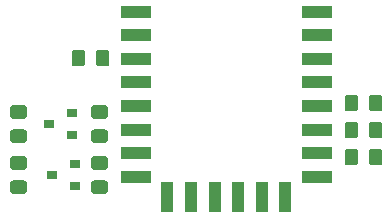
<source format=gbr>
G04 #@! TF.GenerationSoftware,KiCad,Pcbnew,5.1.5+dfsg1-2build2*
G04 #@! TF.CreationDate,2020-08-14T16:11:21+02:00*
G04 #@! TF.ProjectId,carrierboard_aisler,63617272-6965-4726-926f-6172645f6169,1*
G04 #@! TF.SameCoordinates,Original*
G04 #@! TF.FileFunction,Paste,Top*
G04 #@! TF.FilePolarity,Positive*
%FSLAX46Y46*%
G04 Gerber Fmt 4.6, Leading zero omitted, Abs format (unit mm)*
G04 Created by KiCad (PCBNEW 5.1.5+dfsg1-2build2) date 2020-08-14 16:11:21*
%MOMM*%
%LPD*%
G04 APERTURE LIST*
%ADD10R,1.100000X2.500000*%
%ADD11R,2.500000X1.100000*%
%ADD12C,0.152400*%
%ADD13R,0.900000X0.800000*%
G04 APERTURE END LIST*
D10*
X122925199Y-110320000D03*
X120925199Y-110320000D03*
X118925199Y-110320000D03*
X116925199Y-110320000D03*
X114925199Y-110320000D03*
X112925199Y-110320000D03*
D11*
X125635199Y-94620000D03*
X125635199Y-96620000D03*
X125635199Y-98620000D03*
X125635199Y-100620000D03*
X125635199Y-102620000D03*
X125635199Y-104620000D03*
X125635199Y-106620000D03*
X125635199Y-108620000D03*
X110235199Y-108620000D03*
X110235199Y-106620000D03*
X110235199Y-104620000D03*
X110235199Y-102620000D03*
X110235199Y-100620000D03*
X110235199Y-98620000D03*
X110235199Y-96620000D03*
X110235199Y-94620000D03*
D12*
G36*
X128864505Y-103949204D02*
G01*
X128888773Y-103952804D01*
X128912572Y-103958765D01*
X128935671Y-103967030D01*
X128957850Y-103977520D01*
X128978893Y-103990132D01*
X128998599Y-104004747D01*
X129016777Y-104021223D01*
X129033253Y-104039401D01*
X129047868Y-104059107D01*
X129060480Y-104080150D01*
X129070970Y-104102329D01*
X129079235Y-104125428D01*
X129085196Y-104149227D01*
X129088796Y-104173495D01*
X129090000Y-104197999D01*
X129090000Y-105098001D01*
X129088796Y-105122505D01*
X129085196Y-105146773D01*
X129079235Y-105170572D01*
X129070970Y-105193671D01*
X129060480Y-105215850D01*
X129047868Y-105236893D01*
X129033253Y-105256599D01*
X129016777Y-105274777D01*
X128998599Y-105291253D01*
X128978893Y-105305868D01*
X128957850Y-105318480D01*
X128935671Y-105328970D01*
X128912572Y-105337235D01*
X128888773Y-105343196D01*
X128864505Y-105346796D01*
X128840001Y-105348000D01*
X128189999Y-105348000D01*
X128165495Y-105346796D01*
X128141227Y-105343196D01*
X128117428Y-105337235D01*
X128094329Y-105328970D01*
X128072150Y-105318480D01*
X128051107Y-105305868D01*
X128031401Y-105291253D01*
X128013223Y-105274777D01*
X127996747Y-105256599D01*
X127982132Y-105236893D01*
X127969520Y-105215850D01*
X127959030Y-105193671D01*
X127950765Y-105170572D01*
X127944804Y-105146773D01*
X127941204Y-105122505D01*
X127940000Y-105098001D01*
X127940000Y-104197999D01*
X127941204Y-104173495D01*
X127944804Y-104149227D01*
X127950765Y-104125428D01*
X127959030Y-104102329D01*
X127969520Y-104080150D01*
X127982132Y-104059107D01*
X127996747Y-104039401D01*
X128013223Y-104021223D01*
X128031401Y-104004747D01*
X128051107Y-103990132D01*
X128072150Y-103977520D01*
X128094329Y-103967030D01*
X128117428Y-103958765D01*
X128141227Y-103952804D01*
X128165495Y-103949204D01*
X128189999Y-103948000D01*
X128840001Y-103948000D01*
X128864505Y-103949204D01*
G37*
G36*
X130914505Y-103949204D02*
G01*
X130938773Y-103952804D01*
X130962572Y-103958765D01*
X130985671Y-103967030D01*
X131007850Y-103977520D01*
X131028893Y-103990132D01*
X131048599Y-104004747D01*
X131066777Y-104021223D01*
X131083253Y-104039401D01*
X131097868Y-104059107D01*
X131110480Y-104080150D01*
X131120970Y-104102329D01*
X131129235Y-104125428D01*
X131135196Y-104149227D01*
X131138796Y-104173495D01*
X131140000Y-104197999D01*
X131140000Y-105098001D01*
X131138796Y-105122505D01*
X131135196Y-105146773D01*
X131129235Y-105170572D01*
X131120970Y-105193671D01*
X131110480Y-105215850D01*
X131097868Y-105236893D01*
X131083253Y-105256599D01*
X131066777Y-105274777D01*
X131048599Y-105291253D01*
X131028893Y-105305868D01*
X131007850Y-105318480D01*
X130985671Y-105328970D01*
X130962572Y-105337235D01*
X130938773Y-105343196D01*
X130914505Y-105346796D01*
X130890001Y-105348000D01*
X130239999Y-105348000D01*
X130215495Y-105346796D01*
X130191227Y-105343196D01*
X130167428Y-105337235D01*
X130144329Y-105328970D01*
X130122150Y-105318480D01*
X130101107Y-105305868D01*
X130081401Y-105291253D01*
X130063223Y-105274777D01*
X130046747Y-105256599D01*
X130032132Y-105236893D01*
X130019520Y-105215850D01*
X130009030Y-105193671D01*
X130000765Y-105170572D01*
X129994804Y-105146773D01*
X129991204Y-105122505D01*
X129990000Y-105098001D01*
X129990000Y-104197999D01*
X129991204Y-104173495D01*
X129994804Y-104149227D01*
X130000765Y-104125428D01*
X130009030Y-104102329D01*
X130019520Y-104080150D01*
X130032132Y-104059107D01*
X130046747Y-104039401D01*
X130063223Y-104021223D01*
X130081401Y-104004747D01*
X130101107Y-103990132D01*
X130122150Y-103977520D01*
X130144329Y-103967030D01*
X130167428Y-103958765D01*
X130191227Y-103952804D01*
X130215495Y-103949204D01*
X130239999Y-103948000D01*
X130890001Y-103948000D01*
X130914505Y-103949204D01*
G37*
G36*
X128864505Y-101663204D02*
G01*
X128888773Y-101666804D01*
X128912572Y-101672765D01*
X128935671Y-101681030D01*
X128957850Y-101691520D01*
X128978893Y-101704132D01*
X128998599Y-101718747D01*
X129016777Y-101735223D01*
X129033253Y-101753401D01*
X129047868Y-101773107D01*
X129060480Y-101794150D01*
X129070970Y-101816329D01*
X129079235Y-101839428D01*
X129085196Y-101863227D01*
X129088796Y-101887495D01*
X129090000Y-101911999D01*
X129090000Y-102812001D01*
X129088796Y-102836505D01*
X129085196Y-102860773D01*
X129079235Y-102884572D01*
X129070970Y-102907671D01*
X129060480Y-102929850D01*
X129047868Y-102950893D01*
X129033253Y-102970599D01*
X129016777Y-102988777D01*
X128998599Y-103005253D01*
X128978893Y-103019868D01*
X128957850Y-103032480D01*
X128935671Y-103042970D01*
X128912572Y-103051235D01*
X128888773Y-103057196D01*
X128864505Y-103060796D01*
X128840001Y-103062000D01*
X128189999Y-103062000D01*
X128165495Y-103060796D01*
X128141227Y-103057196D01*
X128117428Y-103051235D01*
X128094329Y-103042970D01*
X128072150Y-103032480D01*
X128051107Y-103019868D01*
X128031401Y-103005253D01*
X128013223Y-102988777D01*
X127996747Y-102970599D01*
X127982132Y-102950893D01*
X127969520Y-102929850D01*
X127959030Y-102907671D01*
X127950765Y-102884572D01*
X127944804Y-102860773D01*
X127941204Y-102836505D01*
X127940000Y-102812001D01*
X127940000Y-101911999D01*
X127941204Y-101887495D01*
X127944804Y-101863227D01*
X127950765Y-101839428D01*
X127959030Y-101816329D01*
X127969520Y-101794150D01*
X127982132Y-101773107D01*
X127996747Y-101753401D01*
X128013223Y-101735223D01*
X128031401Y-101718747D01*
X128051107Y-101704132D01*
X128072150Y-101691520D01*
X128094329Y-101681030D01*
X128117428Y-101672765D01*
X128141227Y-101666804D01*
X128165495Y-101663204D01*
X128189999Y-101662000D01*
X128840001Y-101662000D01*
X128864505Y-101663204D01*
G37*
G36*
X130914505Y-101663204D02*
G01*
X130938773Y-101666804D01*
X130962572Y-101672765D01*
X130985671Y-101681030D01*
X131007850Y-101691520D01*
X131028893Y-101704132D01*
X131048599Y-101718747D01*
X131066777Y-101735223D01*
X131083253Y-101753401D01*
X131097868Y-101773107D01*
X131110480Y-101794150D01*
X131120970Y-101816329D01*
X131129235Y-101839428D01*
X131135196Y-101863227D01*
X131138796Y-101887495D01*
X131140000Y-101911999D01*
X131140000Y-102812001D01*
X131138796Y-102836505D01*
X131135196Y-102860773D01*
X131129235Y-102884572D01*
X131120970Y-102907671D01*
X131110480Y-102929850D01*
X131097868Y-102950893D01*
X131083253Y-102970599D01*
X131066777Y-102988777D01*
X131048599Y-103005253D01*
X131028893Y-103019868D01*
X131007850Y-103032480D01*
X130985671Y-103042970D01*
X130962572Y-103051235D01*
X130938773Y-103057196D01*
X130914505Y-103060796D01*
X130890001Y-103062000D01*
X130239999Y-103062000D01*
X130215495Y-103060796D01*
X130191227Y-103057196D01*
X130167428Y-103051235D01*
X130144329Y-103042970D01*
X130122150Y-103032480D01*
X130101107Y-103019868D01*
X130081401Y-103005253D01*
X130063223Y-102988777D01*
X130046747Y-102970599D01*
X130032132Y-102950893D01*
X130019520Y-102929850D01*
X130009030Y-102907671D01*
X130000765Y-102884572D01*
X129994804Y-102860773D01*
X129991204Y-102836505D01*
X129990000Y-102812001D01*
X129990000Y-101911999D01*
X129991204Y-101887495D01*
X129994804Y-101863227D01*
X130000765Y-101839428D01*
X130009030Y-101816329D01*
X130019520Y-101794150D01*
X130032132Y-101773107D01*
X130046747Y-101753401D01*
X130063223Y-101735223D01*
X130081401Y-101718747D01*
X130101107Y-101704132D01*
X130122150Y-101691520D01*
X130144329Y-101681030D01*
X130167428Y-101672765D01*
X130191227Y-101666804D01*
X130215495Y-101663204D01*
X130239999Y-101662000D01*
X130890001Y-101662000D01*
X130914505Y-101663204D01*
G37*
G36*
X130914505Y-106235204D02*
G01*
X130938773Y-106238804D01*
X130962572Y-106244765D01*
X130985671Y-106253030D01*
X131007850Y-106263520D01*
X131028893Y-106276132D01*
X131048599Y-106290747D01*
X131066777Y-106307223D01*
X131083253Y-106325401D01*
X131097868Y-106345107D01*
X131110480Y-106366150D01*
X131120970Y-106388329D01*
X131129235Y-106411428D01*
X131135196Y-106435227D01*
X131138796Y-106459495D01*
X131140000Y-106483999D01*
X131140000Y-107384001D01*
X131138796Y-107408505D01*
X131135196Y-107432773D01*
X131129235Y-107456572D01*
X131120970Y-107479671D01*
X131110480Y-107501850D01*
X131097868Y-107522893D01*
X131083253Y-107542599D01*
X131066777Y-107560777D01*
X131048599Y-107577253D01*
X131028893Y-107591868D01*
X131007850Y-107604480D01*
X130985671Y-107614970D01*
X130962572Y-107623235D01*
X130938773Y-107629196D01*
X130914505Y-107632796D01*
X130890001Y-107634000D01*
X130239999Y-107634000D01*
X130215495Y-107632796D01*
X130191227Y-107629196D01*
X130167428Y-107623235D01*
X130144329Y-107614970D01*
X130122150Y-107604480D01*
X130101107Y-107591868D01*
X130081401Y-107577253D01*
X130063223Y-107560777D01*
X130046747Y-107542599D01*
X130032132Y-107522893D01*
X130019520Y-107501850D01*
X130009030Y-107479671D01*
X130000765Y-107456572D01*
X129994804Y-107432773D01*
X129991204Y-107408505D01*
X129990000Y-107384001D01*
X129990000Y-106483999D01*
X129991204Y-106459495D01*
X129994804Y-106435227D01*
X130000765Y-106411428D01*
X130009030Y-106388329D01*
X130019520Y-106366150D01*
X130032132Y-106345107D01*
X130046747Y-106325401D01*
X130063223Y-106307223D01*
X130081401Y-106290747D01*
X130101107Y-106276132D01*
X130122150Y-106263520D01*
X130144329Y-106253030D01*
X130167428Y-106244765D01*
X130191227Y-106238804D01*
X130215495Y-106235204D01*
X130239999Y-106234000D01*
X130890001Y-106234000D01*
X130914505Y-106235204D01*
G37*
G36*
X128864505Y-106235204D02*
G01*
X128888773Y-106238804D01*
X128912572Y-106244765D01*
X128935671Y-106253030D01*
X128957850Y-106263520D01*
X128978893Y-106276132D01*
X128998599Y-106290747D01*
X129016777Y-106307223D01*
X129033253Y-106325401D01*
X129047868Y-106345107D01*
X129060480Y-106366150D01*
X129070970Y-106388329D01*
X129079235Y-106411428D01*
X129085196Y-106435227D01*
X129088796Y-106459495D01*
X129090000Y-106483999D01*
X129090000Y-107384001D01*
X129088796Y-107408505D01*
X129085196Y-107432773D01*
X129079235Y-107456572D01*
X129070970Y-107479671D01*
X129060480Y-107501850D01*
X129047868Y-107522893D01*
X129033253Y-107542599D01*
X129016777Y-107560777D01*
X128998599Y-107577253D01*
X128978893Y-107591868D01*
X128957850Y-107604480D01*
X128935671Y-107614970D01*
X128912572Y-107623235D01*
X128888773Y-107629196D01*
X128864505Y-107632796D01*
X128840001Y-107634000D01*
X128189999Y-107634000D01*
X128165495Y-107632796D01*
X128141227Y-107629196D01*
X128117428Y-107623235D01*
X128094329Y-107614970D01*
X128072150Y-107604480D01*
X128051107Y-107591868D01*
X128031401Y-107577253D01*
X128013223Y-107560777D01*
X127996747Y-107542599D01*
X127982132Y-107522893D01*
X127969520Y-107501850D01*
X127959030Y-107479671D01*
X127950765Y-107456572D01*
X127944804Y-107432773D01*
X127941204Y-107408505D01*
X127940000Y-107384001D01*
X127940000Y-106483999D01*
X127941204Y-106459495D01*
X127944804Y-106435227D01*
X127950765Y-106411428D01*
X127959030Y-106388329D01*
X127969520Y-106366150D01*
X127982132Y-106345107D01*
X127996747Y-106325401D01*
X128013223Y-106307223D01*
X128031401Y-106290747D01*
X128051107Y-106276132D01*
X128072150Y-106263520D01*
X128094329Y-106253030D01*
X128117428Y-106244765D01*
X128141227Y-106238804D01*
X128165495Y-106235204D01*
X128189999Y-106234000D01*
X128840001Y-106234000D01*
X128864505Y-106235204D01*
G37*
G36*
X107800505Y-97853204D02*
G01*
X107824773Y-97856804D01*
X107848572Y-97862765D01*
X107871671Y-97871030D01*
X107893850Y-97881520D01*
X107914893Y-97894132D01*
X107934599Y-97908747D01*
X107952777Y-97925223D01*
X107969253Y-97943401D01*
X107983868Y-97963107D01*
X107996480Y-97984150D01*
X108006970Y-98006329D01*
X108015235Y-98029428D01*
X108021196Y-98053227D01*
X108024796Y-98077495D01*
X108026000Y-98101999D01*
X108026000Y-99002001D01*
X108024796Y-99026505D01*
X108021196Y-99050773D01*
X108015235Y-99074572D01*
X108006970Y-99097671D01*
X107996480Y-99119850D01*
X107983868Y-99140893D01*
X107969253Y-99160599D01*
X107952777Y-99178777D01*
X107934599Y-99195253D01*
X107914893Y-99209868D01*
X107893850Y-99222480D01*
X107871671Y-99232970D01*
X107848572Y-99241235D01*
X107824773Y-99247196D01*
X107800505Y-99250796D01*
X107776001Y-99252000D01*
X107125999Y-99252000D01*
X107101495Y-99250796D01*
X107077227Y-99247196D01*
X107053428Y-99241235D01*
X107030329Y-99232970D01*
X107008150Y-99222480D01*
X106987107Y-99209868D01*
X106967401Y-99195253D01*
X106949223Y-99178777D01*
X106932747Y-99160599D01*
X106918132Y-99140893D01*
X106905520Y-99119850D01*
X106895030Y-99097671D01*
X106886765Y-99074572D01*
X106880804Y-99050773D01*
X106877204Y-99026505D01*
X106876000Y-99002001D01*
X106876000Y-98101999D01*
X106877204Y-98077495D01*
X106880804Y-98053227D01*
X106886765Y-98029428D01*
X106895030Y-98006329D01*
X106905520Y-97984150D01*
X106918132Y-97963107D01*
X106932747Y-97943401D01*
X106949223Y-97925223D01*
X106967401Y-97908747D01*
X106987107Y-97894132D01*
X107008150Y-97881520D01*
X107030329Y-97871030D01*
X107053428Y-97862765D01*
X107077227Y-97856804D01*
X107101495Y-97853204D01*
X107125999Y-97852000D01*
X107776001Y-97852000D01*
X107800505Y-97853204D01*
G37*
G36*
X105750505Y-97853204D02*
G01*
X105774773Y-97856804D01*
X105798572Y-97862765D01*
X105821671Y-97871030D01*
X105843850Y-97881520D01*
X105864893Y-97894132D01*
X105884599Y-97908747D01*
X105902777Y-97925223D01*
X105919253Y-97943401D01*
X105933868Y-97963107D01*
X105946480Y-97984150D01*
X105956970Y-98006329D01*
X105965235Y-98029428D01*
X105971196Y-98053227D01*
X105974796Y-98077495D01*
X105976000Y-98101999D01*
X105976000Y-99002001D01*
X105974796Y-99026505D01*
X105971196Y-99050773D01*
X105965235Y-99074572D01*
X105956970Y-99097671D01*
X105946480Y-99119850D01*
X105933868Y-99140893D01*
X105919253Y-99160599D01*
X105902777Y-99178777D01*
X105884599Y-99195253D01*
X105864893Y-99209868D01*
X105843850Y-99222480D01*
X105821671Y-99232970D01*
X105798572Y-99241235D01*
X105774773Y-99247196D01*
X105750505Y-99250796D01*
X105726001Y-99252000D01*
X105075999Y-99252000D01*
X105051495Y-99250796D01*
X105027227Y-99247196D01*
X105003428Y-99241235D01*
X104980329Y-99232970D01*
X104958150Y-99222480D01*
X104937107Y-99209868D01*
X104917401Y-99195253D01*
X104899223Y-99178777D01*
X104882747Y-99160599D01*
X104868132Y-99140893D01*
X104855520Y-99119850D01*
X104845030Y-99097671D01*
X104836765Y-99074572D01*
X104830804Y-99050773D01*
X104827204Y-99026505D01*
X104826000Y-99002001D01*
X104826000Y-98101999D01*
X104827204Y-98077495D01*
X104830804Y-98053227D01*
X104836765Y-98029428D01*
X104845030Y-98006329D01*
X104855520Y-97984150D01*
X104868132Y-97963107D01*
X104882747Y-97943401D01*
X104899223Y-97925223D01*
X104917401Y-97908747D01*
X104937107Y-97894132D01*
X104958150Y-97881520D01*
X104980329Y-97871030D01*
X105003428Y-97862765D01*
X105027227Y-97856804D01*
X105051495Y-97853204D01*
X105075999Y-97852000D01*
X105726001Y-97852000D01*
X105750505Y-97853204D01*
G37*
G36*
X107662505Y-102541204D02*
G01*
X107686773Y-102544804D01*
X107710572Y-102550765D01*
X107733671Y-102559030D01*
X107755850Y-102569520D01*
X107776893Y-102582132D01*
X107796599Y-102596747D01*
X107814777Y-102613223D01*
X107831253Y-102631401D01*
X107845868Y-102651107D01*
X107858480Y-102672150D01*
X107868970Y-102694329D01*
X107877235Y-102717428D01*
X107883196Y-102741227D01*
X107886796Y-102765495D01*
X107888000Y-102789999D01*
X107888000Y-103440001D01*
X107886796Y-103464505D01*
X107883196Y-103488773D01*
X107877235Y-103512572D01*
X107868970Y-103535671D01*
X107858480Y-103557850D01*
X107845868Y-103578893D01*
X107831253Y-103598599D01*
X107814777Y-103616777D01*
X107796599Y-103633253D01*
X107776893Y-103647868D01*
X107755850Y-103660480D01*
X107733671Y-103670970D01*
X107710572Y-103679235D01*
X107686773Y-103685196D01*
X107662505Y-103688796D01*
X107638001Y-103690000D01*
X106737999Y-103690000D01*
X106713495Y-103688796D01*
X106689227Y-103685196D01*
X106665428Y-103679235D01*
X106642329Y-103670970D01*
X106620150Y-103660480D01*
X106599107Y-103647868D01*
X106579401Y-103633253D01*
X106561223Y-103616777D01*
X106544747Y-103598599D01*
X106530132Y-103578893D01*
X106517520Y-103557850D01*
X106507030Y-103535671D01*
X106498765Y-103512572D01*
X106492804Y-103488773D01*
X106489204Y-103464505D01*
X106488000Y-103440001D01*
X106488000Y-102789999D01*
X106489204Y-102765495D01*
X106492804Y-102741227D01*
X106498765Y-102717428D01*
X106507030Y-102694329D01*
X106517520Y-102672150D01*
X106530132Y-102651107D01*
X106544747Y-102631401D01*
X106561223Y-102613223D01*
X106579401Y-102596747D01*
X106599107Y-102582132D01*
X106620150Y-102569520D01*
X106642329Y-102559030D01*
X106665428Y-102550765D01*
X106689227Y-102544804D01*
X106713495Y-102541204D01*
X106737999Y-102540000D01*
X107638001Y-102540000D01*
X107662505Y-102541204D01*
G37*
G36*
X107662505Y-104591204D02*
G01*
X107686773Y-104594804D01*
X107710572Y-104600765D01*
X107733671Y-104609030D01*
X107755850Y-104619520D01*
X107776893Y-104632132D01*
X107796599Y-104646747D01*
X107814777Y-104663223D01*
X107831253Y-104681401D01*
X107845868Y-104701107D01*
X107858480Y-104722150D01*
X107868970Y-104744329D01*
X107877235Y-104767428D01*
X107883196Y-104791227D01*
X107886796Y-104815495D01*
X107888000Y-104839999D01*
X107888000Y-105490001D01*
X107886796Y-105514505D01*
X107883196Y-105538773D01*
X107877235Y-105562572D01*
X107868970Y-105585671D01*
X107858480Y-105607850D01*
X107845868Y-105628893D01*
X107831253Y-105648599D01*
X107814777Y-105666777D01*
X107796599Y-105683253D01*
X107776893Y-105697868D01*
X107755850Y-105710480D01*
X107733671Y-105720970D01*
X107710572Y-105729235D01*
X107686773Y-105735196D01*
X107662505Y-105738796D01*
X107638001Y-105740000D01*
X106737999Y-105740000D01*
X106713495Y-105738796D01*
X106689227Y-105735196D01*
X106665428Y-105729235D01*
X106642329Y-105720970D01*
X106620150Y-105710480D01*
X106599107Y-105697868D01*
X106579401Y-105683253D01*
X106561223Y-105666777D01*
X106544747Y-105648599D01*
X106530132Y-105628893D01*
X106517520Y-105607850D01*
X106507030Y-105585671D01*
X106498765Y-105562572D01*
X106492804Y-105538773D01*
X106489204Y-105514505D01*
X106488000Y-105490001D01*
X106488000Y-104839999D01*
X106489204Y-104815495D01*
X106492804Y-104791227D01*
X106498765Y-104767428D01*
X106507030Y-104744329D01*
X106517520Y-104722150D01*
X106530132Y-104701107D01*
X106544747Y-104681401D01*
X106561223Y-104663223D01*
X106579401Y-104646747D01*
X106599107Y-104632132D01*
X106620150Y-104619520D01*
X106642329Y-104609030D01*
X106665428Y-104600765D01*
X106689227Y-104594804D01*
X106713495Y-104591204D01*
X106737999Y-104590000D01*
X107638001Y-104590000D01*
X107662505Y-104591204D01*
G37*
G36*
X100804505Y-104591204D02*
G01*
X100828773Y-104594804D01*
X100852572Y-104600765D01*
X100875671Y-104609030D01*
X100897850Y-104619520D01*
X100918893Y-104632132D01*
X100938599Y-104646747D01*
X100956777Y-104663223D01*
X100973253Y-104681401D01*
X100987868Y-104701107D01*
X101000480Y-104722150D01*
X101010970Y-104744329D01*
X101019235Y-104767428D01*
X101025196Y-104791227D01*
X101028796Y-104815495D01*
X101030000Y-104839999D01*
X101030000Y-105490001D01*
X101028796Y-105514505D01*
X101025196Y-105538773D01*
X101019235Y-105562572D01*
X101010970Y-105585671D01*
X101000480Y-105607850D01*
X100987868Y-105628893D01*
X100973253Y-105648599D01*
X100956777Y-105666777D01*
X100938599Y-105683253D01*
X100918893Y-105697868D01*
X100897850Y-105710480D01*
X100875671Y-105720970D01*
X100852572Y-105729235D01*
X100828773Y-105735196D01*
X100804505Y-105738796D01*
X100780001Y-105740000D01*
X99879999Y-105740000D01*
X99855495Y-105738796D01*
X99831227Y-105735196D01*
X99807428Y-105729235D01*
X99784329Y-105720970D01*
X99762150Y-105710480D01*
X99741107Y-105697868D01*
X99721401Y-105683253D01*
X99703223Y-105666777D01*
X99686747Y-105648599D01*
X99672132Y-105628893D01*
X99659520Y-105607850D01*
X99649030Y-105585671D01*
X99640765Y-105562572D01*
X99634804Y-105538773D01*
X99631204Y-105514505D01*
X99630000Y-105490001D01*
X99630000Y-104839999D01*
X99631204Y-104815495D01*
X99634804Y-104791227D01*
X99640765Y-104767428D01*
X99649030Y-104744329D01*
X99659520Y-104722150D01*
X99672132Y-104701107D01*
X99686747Y-104681401D01*
X99703223Y-104663223D01*
X99721401Y-104646747D01*
X99741107Y-104632132D01*
X99762150Y-104619520D01*
X99784329Y-104609030D01*
X99807428Y-104600765D01*
X99831227Y-104594804D01*
X99855495Y-104591204D01*
X99879999Y-104590000D01*
X100780001Y-104590000D01*
X100804505Y-104591204D01*
G37*
G36*
X100804505Y-102541204D02*
G01*
X100828773Y-102544804D01*
X100852572Y-102550765D01*
X100875671Y-102559030D01*
X100897850Y-102569520D01*
X100918893Y-102582132D01*
X100938599Y-102596747D01*
X100956777Y-102613223D01*
X100973253Y-102631401D01*
X100987868Y-102651107D01*
X101000480Y-102672150D01*
X101010970Y-102694329D01*
X101019235Y-102717428D01*
X101025196Y-102741227D01*
X101028796Y-102765495D01*
X101030000Y-102789999D01*
X101030000Y-103440001D01*
X101028796Y-103464505D01*
X101025196Y-103488773D01*
X101019235Y-103512572D01*
X101010970Y-103535671D01*
X101000480Y-103557850D01*
X100987868Y-103578893D01*
X100973253Y-103598599D01*
X100956777Y-103616777D01*
X100938599Y-103633253D01*
X100918893Y-103647868D01*
X100897850Y-103660480D01*
X100875671Y-103670970D01*
X100852572Y-103679235D01*
X100828773Y-103685196D01*
X100804505Y-103688796D01*
X100780001Y-103690000D01*
X99879999Y-103690000D01*
X99855495Y-103688796D01*
X99831227Y-103685196D01*
X99807428Y-103679235D01*
X99784329Y-103670970D01*
X99762150Y-103660480D01*
X99741107Y-103647868D01*
X99721401Y-103633253D01*
X99703223Y-103616777D01*
X99686747Y-103598599D01*
X99672132Y-103578893D01*
X99659520Y-103557850D01*
X99649030Y-103535671D01*
X99640765Y-103512572D01*
X99634804Y-103488773D01*
X99631204Y-103464505D01*
X99630000Y-103440001D01*
X99630000Y-102789999D01*
X99631204Y-102765495D01*
X99634804Y-102741227D01*
X99640765Y-102717428D01*
X99649030Y-102694329D01*
X99659520Y-102672150D01*
X99672132Y-102651107D01*
X99686747Y-102631401D01*
X99703223Y-102613223D01*
X99721401Y-102596747D01*
X99741107Y-102582132D01*
X99762150Y-102569520D01*
X99784329Y-102559030D01*
X99807428Y-102550765D01*
X99831227Y-102544804D01*
X99855495Y-102541204D01*
X99879999Y-102540000D01*
X100780001Y-102540000D01*
X100804505Y-102541204D01*
G37*
G36*
X107662505Y-106859204D02*
G01*
X107686773Y-106862804D01*
X107710572Y-106868765D01*
X107733671Y-106877030D01*
X107755850Y-106887520D01*
X107776893Y-106900132D01*
X107796599Y-106914747D01*
X107814777Y-106931223D01*
X107831253Y-106949401D01*
X107845868Y-106969107D01*
X107858480Y-106990150D01*
X107868970Y-107012329D01*
X107877235Y-107035428D01*
X107883196Y-107059227D01*
X107886796Y-107083495D01*
X107888000Y-107107999D01*
X107888000Y-107758001D01*
X107886796Y-107782505D01*
X107883196Y-107806773D01*
X107877235Y-107830572D01*
X107868970Y-107853671D01*
X107858480Y-107875850D01*
X107845868Y-107896893D01*
X107831253Y-107916599D01*
X107814777Y-107934777D01*
X107796599Y-107951253D01*
X107776893Y-107965868D01*
X107755850Y-107978480D01*
X107733671Y-107988970D01*
X107710572Y-107997235D01*
X107686773Y-108003196D01*
X107662505Y-108006796D01*
X107638001Y-108008000D01*
X106737999Y-108008000D01*
X106713495Y-108006796D01*
X106689227Y-108003196D01*
X106665428Y-107997235D01*
X106642329Y-107988970D01*
X106620150Y-107978480D01*
X106599107Y-107965868D01*
X106579401Y-107951253D01*
X106561223Y-107934777D01*
X106544747Y-107916599D01*
X106530132Y-107896893D01*
X106517520Y-107875850D01*
X106507030Y-107853671D01*
X106498765Y-107830572D01*
X106492804Y-107806773D01*
X106489204Y-107782505D01*
X106488000Y-107758001D01*
X106488000Y-107107999D01*
X106489204Y-107083495D01*
X106492804Y-107059227D01*
X106498765Y-107035428D01*
X106507030Y-107012329D01*
X106517520Y-106990150D01*
X106530132Y-106969107D01*
X106544747Y-106949401D01*
X106561223Y-106931223D01*
X106579401Y-106914747D01*
X106599107Y-106900132D01*
X106620150Y-106887520D01*
X106642329Y-106877030D01*
X106665428Y-106868765D01*
X106689227Y-106862804D01*
X106713495Y-106859204D01*
X106737999Y-106858000D01*
X107638001Y-106858000D01*
X107662505Y-106859204D01*
G37*
G36*
X107662505Y-108909204D02*
G01*
X107686773Y-108912804D01*
X107710572Y-108918765D01*
X107733671Y-108927030D01*
X107755850Y-108937520D01*
X107776893Y-108950132D01*
X107796599Y-108964747D01*
X107814777Y-108981223D01*
X107831253Y-108999401D01*
X107845868Y-109019107D01*
X107858480Y-109040150D01*
X107868970Y-109062329D01*
X107877235Y-109085428D01*
X107883196Y-109109227D01*
X107886796Y-109133495D01*
X107888000Y-109157999D01*
X107888000Y-109808001D01*
X107886796Y-109832505D01*
X107883196Y-109856773D01*
X107877235Y-109880572D01*
X107868970Y-109903671D01*
X107858480Y-109925850D01*
X107845868Y-109946893D01*
X107831253Y-109966599D01*
X107814777Y-109984777D01*
X107796599Y-110001253D01*
X107776893Y-110015868D01*
X107755850Y-110028480D01*
X107733671Y-110038970D01*
X107710572Y-110047235D01*
X107686773Y-110053196D01*
X107662505Y-110056796D01*
X107638001Y-110058000D01*
X106737999Y-110058000D01*
X106713495Y-110056796D01*
X106689227Y-110053196D01*
X106665428Y-110047235D01*
X106642329Y-110038970D01*
X106620150Y-110028480D01*
X106599107Y-110015868D01*
X106579401Y-110001253D01*
X106561223Y-109984777D01*
X106544747Y-109966599D01*
X106530132Y-109946893D01*
X106517520Y-109925850D01*
X106507030Y-109903671D01*
X106498765Y-109880572D01*
X106492804Y-109856773D01*
X106489204Y-109832505D01*
X106488000Y-109808001D01*
X106488000Y-109157999D01*
X106489204Y-109133495D01*
X106492804Y-109109227D01*
X106498765Y-109085428D01*
X106507030Y-109062329D01*
X106517520Y-109040150D01*
X106530132Y-109019107D01*
X106544747Y-108999401D01*
X106561223Y-108981223D01*
X106579401Y-108964747D01*
X106599107Y-108950132D01*
X106620150Y-108937520D01*
X106642329Y-108927030D01*
X106665428Y-108918765D01*
X106689227Y-108912804D01*
X106713495Y-108909204D01*
X106737999Y-108908000D01*
X107638001Y-108908000D01*
X107662505Y-108909204D01*
G37*
G36*
X100804505Y-106859204D02*
G01*
X100828773Y-106862804D01*
X100852572Y-106868765D01*
X100875671Y-106877030D01*
X100897850Y-106887520D01*
X100918893Y-106900132D01*
X100938599Y-106914747D01*
X100956777Y-106931223D01*
X100973253Y-106949401D01*
X100987868Y-106969107D01*
X101000480Y-106990150D01*
X101010970Y-107012329D01*
X101019235Y-107035428D01*
X101025196Y-107059227D01*
X101028796Y-107083495D01*
X101030000Y-107107999D01*
X101030000Y-107758001D01*
X101028796Y-107782505D01*
X101025196Y-107806773D01*
X101019235Y-107830572D01*
X101010970Y-107853671D01*
X101000480Y-107875850D01*
X100987868Y-107896893D01*
X100973253Y-107916599D01*
X100956777Y-107934777D01*
X100938599Y-107951253D01*
X100918893Y-107965868D01*
X100897850Y-107978480D01*
X100875671Y-107988970D01*
X100852572Y-107997235D01*
X100828773Y-108003196D01*
X100804505Y-108006796D01*
X100780001Y-108008000D01*
X99879999Y-108008000D01*
X99855495Y-108006796D01*
X99831227Y-108003196D01*
X99807428Y-107997235D01*
X99784329Y-107988970D01*
X99762150Y-107978480D01*
X99741107Y-107965868D01*
X99721401Y-107951253D01*
X99703223Y-107934777D01*
X99686747Y-107916599D01*
X99672132Y-107896893D01*
X99659520Y-107875850D01*
X99649030Y-107853671D01*
X99640765Y-107830572D01*
X99634804Y-107806773D01*
X99631204Y-107782505D01*
X99630000Y-107758001D01*
X99630000Y-107107999D01*
X99631204Y-107083495D01*
X99634804Y-107059227D01*
X99640765Y-107035428D01*
X99649030Y-107012329D01*
X99659520Y-106990150D01*
X99672132Y-106969107D01*
X99686747Y-106949401D01*
X99703223Y-106931223D01*
X99721401Y-106914747D01*
X99741107Y-106900132D01*
X99762150Y-106887520D01*
X99784329Y-106877030D01*
X99807428Y-106868765D01*
X99831227Y-106862804D01*
X99855495Y-106859204D01*
X99879999Y-106858000D01*
X100780001Y-106858000D01*
X100804505Y-106859204D01*
G37*
G36*
X100804505Y-108909204D02*
G01*
X100828773Y-108912804D01*
X100852572Y-108918765D01*
X100875671Y-108927030D01*
X100897850Y-108937520D01*
X100918893Y-108950132D01*
X100938599Y-108964747D01*
X100956777Y-108981223D01*
X100973253Y-108999401D01*
X100987868Y-109019107D01*
X101000480Y-109040150D01*
X101010970Y-109062329D01*
X101019235Y-109085428D01*
X101025196Y-109109227D01*
X101028796Y-109133495D01*
X101030000Y-109157999D01*
X101030000Y-109808001D01*
X101028796Y-109832505D01*
X101025196Y-109856773D01*
X101019235Y-109880572D01*
X101010970Y-109903671D01*
X101000480Y-109925850D01*
X100987868Y-109946893D01*
X100973253Y-109966599D01*
X100956777Y-109984777D01*
X100938599Y-110001253D01*
X100918893Y-110015868D01*
X100897850Y-110028480D01*
X100875671Y-110038970D01*
X100852572Y-110047235D01*
X100828773Y-110053196D01*
X100804505Y-110056796D01*
X100780001Y-110058000D01*
X99879999Y-110058000D01*
X99855495Y-110056796D01*
X99831227Y-110053196D01*
X99807428Y-110047235D01*
X99784329Y-110038970D01*
X99762150Y-110028480D01*
X99741107Y-110015868D01*
X99721401Y-110001253D01*
X99703223Y-109984777D01*
X99686747Y-109966599D01*
X99672132Y-109946893D01*
X99659520Y-109925850D01*
X99649030Y-109903671D01*
X99640765Y-109880572D01*
X99634804Y-109856773D01*
X99631204Y-109832505D01*
X99630000Y-109808001D01*
X99630000Y-109157999D01*
X99631204Y-109133495D01*
X99634804Y-109109227D01*
X99640765Y-109085428D01*
X99649030Y-109062329D01*
X99659520Y-109040150D01*
X99672132Y-109019107D01*
X99686747Y-108999401D01*
X99703223Y-108981223D01*
X99721401Y-108964747D01*
X99741107Y-108950132D01*
X99762150Y-108937520D01*
X99784329Y-108927030D01*
X99807428Y-108918765D01*
X99831227Y-108912804D01*
X99855495Y-108909204D01*
X99879999Y-108908000D01*
X100780001Y-108908000D01*
X100804505Y-108909204D01*
G37*
D13*
X102886000Y-104140000D03*
X104886000Y-103190000D03*
X104886000Y-105090000D03*
X103140000Y-108458000D03*
X105140000Y-107508000D03*
X105140000Y-109408000D03*
M02*

</source>
